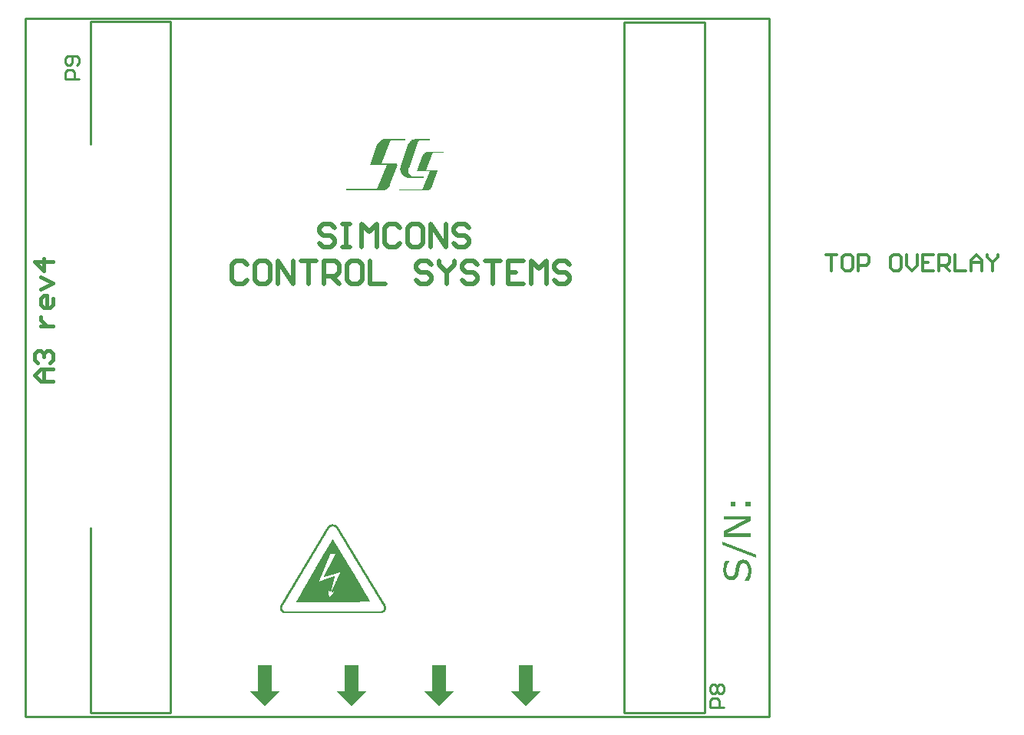
<source format=gto>
G04 Layer_Color=65535*
%FSLAX25Y25*%
%MOIN*%
G70*
G01*
G75*
%ADD32C,0.01600*%
%ADD36C,0.01000*%
%ADD37C,0.00400*%
%ADD38C,0.02000*%
%ADD39C,0.01400*%
%ADD40R,0.05905X0.11811*%
G36*
X311866Y68108D02*
X312039Y68089D01*
X312251Y68050D01*
X312481Y67992D01*
X312731Y67915D01*
X312981Y67800D01*
X313000Y67781D01*
X313096Y67743D01*
X313212Y67666D01*
X313365Y67570D01*
X313538Y67435D01*
X313731Y67281D01*
X313923Y67108D01*
X314115Y66897D01*
X314134Y66878D01*
X314192Y66782D01*
X314288Y66647D01*
X314403Y66474D01*
X314519Y66263D01*
X314653Y66013D01*
X314788Y65724D01*
X314903Y65417D01*
X314922Y65378D01*
X314941Y65263D01*
X314980Y65090D01*
X315037Y64860D01*
X315095Y64571D01*
X315134Y64225D01*
X315153Y63822D01*
X315172Y63399D01*
Y63380D01*
Y63341D01*
Y63283D01*
Y63187D01*
Y63072D01*
X315153Y62938D01*
X315134Y62630D01*
X315114Y62284D01*
X315076Y61900D01*
X315018Y61496D01*
X314941Y61112D01*
Y61092D01*
X314922Y61073D01*
Y61016D01*
X314903Y60939D01*
X314845Y60727D01*
X314768Y60477D01*
X314672Y60170D01*
X314557Y59824D01*
X314403Y59439D01*
X314249Y59055D01*
X312270D01*
Y59151D01*
Y59170D01*
X312308Y59190D01*
X312347Y59247D01*
X312385Y59305D01*
X312520Y59497D01*
X312693Y59747D01*
X312885Y60055D01*
X313077Y60400D01*
X313250Y60785D01*
X313423Y61208D01*
Y61227D01*
X313442Y61265D01*
X313461Y61323D01*
X313481Y61400D01*
X313519Y61515D01*
X313558Y61631D01*
X313615Y61919D01*
X313692Y62265D01*
X313769Y62630D01*
X313807Y63034D01*
X313827Y63418D01*
Y63437D01*
Y63476D01*
Y63553D01*
Y63649D01*
X313807Y63783D01*
X313788Y63918D01*
X313750Y64245D01*
X313692Y64610D01*
X313596Y64975D01*
X313461Y65340D01*
X313288Y65667D01*
Y65686D01*
X313269Y65705D01*
X313192Y65801D01*
X313077Y65936D01*
X312904Y66090D01*
X312693Y66224D01*
X312443Y66359D01*
X312155Y66455D01*
X312001Y66493D01*
X311693D01*
X311559Y66474D01*
X311405Y66455D01*
X311213Y66397D01*
X311020Y66339D01*
X310848Y66243D01*
X310694Y66109D01*
X310675Y66090D01*
X310636Y66032D01*
X310559Y65955D01*
X310482Y65821D01*
X310386Y65648D01*
X310271Y65455D01*
X310175Y65206D01*
X310098Y64936D01*
Y64917D01*
X310079Y64840D01*
X310040Y64706D01*
X310002Y64552D01*
X309963Y64360D01*
X309925Y64148D01*
X309887Y63899D01*
X309848Y63649D01*
Y63610D01*
X309829Y63533D01*
X309810Y63399D01*
X309771Y63207D01*
X309733Y62995D01*
X309694Y62745D01*
X309637Y62476D01*
X309579Y62188D01*
Y62169D01*
X309560Y62111D01*
X309541Y62034D01*
X309521Y61938D01*
X309483Y61804D01*
X309425Y61650D01*
X309310Y61323D01*
X309156Y60939D01*
X308964Y60554D01*
X308733Y60189D01*
X308445Y59882D01*
X308407Y59843D01*
X308291Y59766D01*
X308118Y59651D01*
X307888Y59516D01*
X307580Y59363D01*
X307234Y59247D01*
X306831Y59170D01*
X306369Y59132D01*
X306235D01*
X306119Y59151D01*
X306004Y59170D01*
X305850Y59190D01*
X305504Y59286D01*
X305120Y59439D01*
X304928Y59536D01*
X304716Y59651D01*
X304524Y59785D01*
X304313Y59958D01*
X304121Y60151D01*
X303948Y60362D01*
X303928Y60381D01*
X303909Y60420D01*
X303852Y60497D01*
X303794Y60593D01*
X303717Y60708D01*
X303640Y60862D01*
X303563Y61035D01*
X303467Y61227D01*
X303371Y61438D01*
X303294Y61688D01*
X303217Y61938D01*
X303140Y62226D01*
X303025Y62841D01*
X303006Y63187D01*
X302987Y63533D01*
Y63553D01*
Y63591D01*
Y63649D01*
Y63745D01*
Y63860D01*
X303006Y63975D01*
X303025Y64283D01*
X303044Y64629D01*
X303083Y65013D01*
X303159Y65398D01*
X303236Y65801D01*
Y65821D01*
X303256Y65840D01*
Y65897D01*
X303275Y65974D01*
X303332Y66167D01*
X303390Y66416D01*
X303486Y66705D01*
X303582Y67012D01*
X303698Y67339D01*
X303813Y67646D01*
X305658D01*
Y67531D01*
X305639Y67493D01*
X305562Y67416D01*
X305466Y67262D01*
X305331Y67051D01*
X305178Y66801D01*
X305024Y66493D01*
X304870Y66147D01*
X304716Y65763D01*
Y65744D01*
X304697Y65705D01*
X304678Y65648D01*
X304659Y65571D01*
X304620Y65475D01*
X304601Y65359D01*
X304524Y65071D01*
X304447Y64744D01*
X304390Y64360D01*
X304351Y63956D01*
X304332Y63533D01*
Y63514D01*
Y63476D01*
Y63418D01*
Y63322D01*
X304351Y63091D01*
X304390Y62822D01*
X304467Y62495D01*
X304563Y62150D01*
X304697Y61823D01*
X304870Y61515D01*
X304889Y61477D01*
X304966Y61400D01*
X305082Y61285D01*
X305235Y61150D01*
X305428Y60996D01*
X305658Y60881D01*
X305927Y60804D01*
X306216Y60766D01*
X306331D01*
X306465Y60785D01*
X306638Y60804D01*
X306811Y60862D01*
X307003Y60919D01*
X307196Y61016D01*
X307369Y61131D01*
X307388Y61150D01*
X307426Y61208D01*
X307503Y61304D01*
X307599Y61438D01*
X307696Y61631D01*
X307811Y61861D01*
X307907Y62150D01*
X308003Y62476D01*
Y62495D01*
X308022Y62572D01*
X308041Y62688D01*
X308080Y62841D01*
X308118Y63053D01*
X308157Y63283D01*
X308214Y63572D01*
X308272Y63899D01*
Y63918D01*
Y63937D01*
X308291Y64052D01*
X308330Y64225D01*
X308368Y64456D01*
X308426Y64706D01*
X308484Y64956D01*
X308541Y65225D01*
X308599Y65475D01*
Y65494D01*
X308618Y65532D01*
X308637Y65609D01*
X308657Y65686D01*
X308695Y65801D01*
X308753Y65936D01*
X308868Y66224D01*
X309002Y66551D01*
X309195Y66878D01*
X309406Y67185D01*
X309656Y67454D01*
X309694Y67493D01*
X309790Y67570D01*
X309944Y67666D01*
X310156Y67800D01*
X310444Y67915D01*
X310771Y68031D01*
X311174Y68108D01*
X311616Y68127D01*
X311732D01*
X311866Y68108D01*
D02*
G37*
G36*
X317363Y70183D02*
Y68838D01*
X302660Y74470D01*
Y75873D01*
X317363Y70183D01*
D02*
G37*
G36*
X314961Y85021D02*
X304447Y79448D01*
X314961D01*
Y77987D01*
X303198D01*
Y80409D01*
X312808Y85502D01*
X303198D01*
Y86963D01*
X314961D01*
Y85021D01*
D02*
G37*
G36*
X164798Y250183D02*
X158979D01*
X158849Y250151D01*
X158654Y250086D01*
X158426Y249923D01*
X158394Y249891D01*
X158296Y249761D01*
X158166Y249631D01*
X158133Y249501D01*
X154622Y240300D01*
X160799D01*
X160994Y240235D01*
X161189Y240138D01*
X161287Y240008D01*
X161352Y239878D01*
Y239813D01*
X161384Y239748D01*
X161417Y239650D01*
X158394Y231067D01*
X158361Y231002D01*
X158328Y230872D01*
X158198Y230645D01*
X158068Y230385D01*
X157841Y230060D01*
X157613Y229767D01*
X157288Y229442D01*
X156930Y229149D01*
X156898D01*
X156866Y229084D01*
X156638Y228954D01*
X156345Y228792D01*
X156020Y228662D01*
X155988D01*
X155955Y228629D01*
X155760Y228597D01*
X155435Y228532D01*
X155078Y228499D01*
X139245D01*
Y229149D01*
X152087D01*
X152217Y229182D01*
X152379Y229247D01*
X152574Y229377D01*
X152607Y229409D01*
X152737Y229539D01*
X152834Y229669D01*
X152932Y229832D01*
X156800Y239617D01*
X149648Y239650D01*
X152672Y248265D01*
X152704Y248330D01*
X152737Y248460D01*
X152867Y248688D01*
X152997Y248948D01*
X153192Y249273D01*
X153452Y249598D01*
X153745Y249891D01*
X154102Y250183D01*
X154135D01*
X154200Y250248D01*
X154265Y250281D01*
X154395Y250378D01*
X154687Y250541D01*
X155013Y250671D01*
X155045D01*
X155078Y250703D01*
X155175Y250736D01*
X155305Y250768D01*
X155598Y250801D01*
X155988Y250834D01*
X164798D01*
Y250183D01*
D02*
G37*
G36*
X175528Y250256D02*
X171134D01*
X171036Y250232D01*
X170914Y250183D01*
X170768Y250061D01*
X170744Y250037D01*
X170646Y249963D01*
X170573Y249866D01*
X170499Y249744D01*
X166447Y238344D01*
X166423Y238295D01*
X166399Y238173D01*
X166325Y238002D01*
X166277Y237783D01*
X166203Y237539D01*
X166130Y237270D01*
X166106Y237026D01*
X166081Y236782D01*
Y236757D01*
Y236684D01*
X166106Y236587D01*
X166130Y236465D01*
X166228Y236172D01*
X166301Y236001D01*
X166399Y235854D01*
X166423Y235830D01*
X166447Y235806D01*
X166496Y235732D01*
X166594Y235635D01*
X166789Y235415D01*
X167082Y235171D01*
X167424Y234902D01*
X167814Y234683D01*
X168034Y234585D01*
X168254Y234512D01*
X168473Y234487D01*
X168718Y234463D01*
X173062D01*
Y233975D01*
X166325D01*
X166179Y233999D01*
X165983Y234024D01*
X165739Y234097D01*
X165471Y234170D01*
X165154Y234292D01*
X164836Y234439D01*
X164787Y234463D01*
X164690Y234536D01*
X164543Y234634D01*
X164348Y234756D01*
X164128Y234927D01*
X163909Y235098D01*
X163713Y235293D01*
X163542Y235513D01*
X163518Y235537D01*
X163469Y235610D01*
X163396Y235732D01*
X163323Y235903D01*
X163225Y236074D01*
X163128Y236269D01*
X162932Y236709D01*
Y236733D01*
X162908Y236806D01*
X162859Y236928D01*
X162835Y237075D01*
X162786Y237270D01*
X162737Y237465D01*
X162713Y237905D01*
Y237929D01*
Y238002D01*
X162737Y238124D01*
Y238271D01*
X162761Y238466D01*
X162810Y238686D01*
X162883Y238954D01*
X162957Y239223D01*
X166399Y248816D01*
X166423Y248865D01*
X166447Y248963D01*
X166545Y249133D01*
X166643Y249329D01*
X166789Y249573D01*
X166984Y249817D01*
X167228Y250037D01*
X167497Y250256D01*
X167521D01*
X167546Y250305D01*
X167717Y250403D01*
X167912Y250525D01*
X168156Y250622D01*
X168180D01*
X168205Y250647D01*
X168278Y250671D01*
X168376Y250696D01*
X168620Y250720D01*
X168888Y250745D01*
X175528D01*
Y250256D01*
D02*
G37*
G36*
X181423Y244756D02*
X177054D01*
X176956Y244732D01*
X176810Y244683D01*
X176639Y244561D01*
X176614Y244537D01*
X176541Y244439D01*
X176444Y244341D01*
X176419Y244244D01*
X173783Y237336D01*
X178421D01*
X178567Y237287D01*
X178714Y237214D01*
X178787Y237116D01*
X178836Y237018D01*
Y236969D01*
X178860Y236921D01*
X178885Y236847D01*
X176614Y230403D01*
X176590Y230354D01*
X176566Y230257D01*
X176468Y230086D01*
X176370Y229891D01*
X176199Y229646D01*
X176029Y229427D01*
X175785Y229183D01*
X175516Y228963D01*
X175492D01*
X175467Y228914D01*
X175296Y228817D01*
X175077Y228695D01*
X174833Y228597D01*
X174808D01*
X174784Y228572D01*
X174637Y228548D01*
X174393Y228499D01*
X174125Y228475D01*
X162237D01*
Y228963D01*
X171879D01*
X171977Y228987D01*
X172099Y229036D01*
X172245Y229134D01*
X172269Y229158D01*
X172367Y229256D01*
X172440Y229354D01*
X172514Y229476D01*
X175418Y236823D01*
X170048Y236847D01*
X172318Y243316D01*
X172343Y243365D01*
X172367Y243463D01*
X172465Y243633D01*
X172562Y243829D01*
X172709Y244073D01*
X172904Y244317D01*
X173124Y244537D01*
X173392Y244756D01*
X173417D01*
X173466Y244805D01*
X173514Y244830D01*
X173612Y244903D01*
X173832Y245025D01*
X174076Y245122D01*
X174100D01*
X174125Y245147D01*
X174198Y245171D01*
X174296Y245196D01*
X174515Y245220D01*
X174808Y245245D01*
X181423D01*
Y244756D01*
D02*
G37*
G36*
X141732Y4527D02*
X135236Y11024D01*
X148228Y11024D01*
X141732Y4527D01*
D02*
G37*
G36*
X179527D02*
X173031Y11024D01*
X186024Y11024D01*
X179527Y4527D01*
D02*
G37*
G36*
X217323D02*
X210827Y11024D01*
X223819Y11024D01*
X217323Y4527D01*
D02*
G37*
G36*
X308387Y91249D02*
X306139D01*
Y93132D01*
X308387D01*
Y91249D01*
D02*
G37*
G36*
X314961D02*
X312712D01*
Y93132D01*
X314961D01*
Y91249D01*
D02*
G37*
G36*
X103937Y4527D02*
X97441Y11024D01*
X110433Y11024D01*
X103937Y4527D01*
D02*
G37*
D32*
X11811Y145669D02*
X6479D01*
X3814Y148335D01*
X6479Y151001D01*
X11811D01*
X7812D01*
Y145669D01*
X5147Y153667D02*
X3814Y155000D01*
Y157665D01*
X5147Y158998D01*
X6479D01*
X7812Y157665D01*
Y156333D01*
Y157665D01*
X9145Y158998D01*
X10478D01*
X11811Y157665D01*
Y155000D01*
X10478Y153667D01*
X6479Y169661D02*
X11811D01*
X9145D01*
X7812Y170994D01*
X6479Y172327D01*
Y173660D01*
X11811Y181658D02*
Y178992D01*
X10478Y177659D01*
X7812D01*
X6479Y178992D01*
Y181658D01*
X7812Y182991D01*
X9145D01*
Y177659D01*
X6479Y185656D02*
X11811Y188322D01*
X6479Y190988D01*
X11811Y197652D02*
X3814D01*
X7812Y193654D01*
Y198985D01*
D36*
X28205Y1436D02*
Y82032D01*
Y248677D02*
Y301836D01*
Y1436D02*
X62776D01*
X28205Y301836D02*
X62776D01*
Y1436D02*
Y301836D01*
X260059Y1575D02*
Y301575D01*
X295059D01*
Y1575D02*
Y301575D01*
X260059Y1575D02*
X295059D01*
X0Y0D02*
X322835D01*
Y303150D01*
X0D02*
X322835D01*
X0Y0D02*
Y303150D01*
X303150Y3937D02*
X297151D01*
Y6936D01*
X298151Y7936D01*
X300151D01*
X301150Y6936D01*
Y3937D01*
X298151Y9935D02*
X297151Y10935D01*
Y12934D01*
X298151Y13934D01*
X299151D01*
X300151Y12934D01*
X301150Y13934D01*
X302150D01*
X303150Y12934D01*
Y10935D01*
X302150Y9935D01*
X301150D01*
X300151Y10935D01*
X299151Y9935D01*
X298151D01*
X300151Y10935D02*
Y12934D01*
X23205Y276736D02*
X17207D01*
Y279735D01*
X18206Y280735D01*
X20206D01*
X21205Y279735D01*
Y276736D01*
X22205Y282734D02*
X23205Y283734D01*
Y285733D01*
X22205Y286733D01*
X18206D01*
X17207Y285733D01*
Y283734D01*
X18206Y282734D01*
X19206D01*
X20206Y283734D01*
Y286733D01*
D37*
X132982Y83425D02*
X133404D01*
X132575Y83344D02*
X133891D01*
X132332Y83262D02*
X134135D01*
X132169Y83181D02*
X134298D01*
X132007Y83100D02*
X134460D01*
X131844Y83019D02*
X134541D01*
X131763Y82938D02*
X134704D01*
X131682Y82856D02*
X134785D01*
X133713Y82775D02*
X134866D01*
X131519D02*
X132673D01*
X133957Y82694D02*
X134948D01*
X131438D02*
X132510D01*
X134119Y82613D02*
X135029D01*
X131357D02*
X132348D01*
X134282Y82531D02*
X135110D01*
X131275D02*
X132185D01*
X134363Y82450D02*
X135192D01*
X131194D02*
X132023D01*
X134525Y82369D02*
X135273D01*
X131194D02*
X131941D01*
X134607Y82288D02*
X135354D01*
X131113D02*
X131860D01*
X134688Y82206D02*
X135435D01*
X131032D02*
X131779D01*
X134769Y82125D02*
X135435D01*
X130950D02*
X131698D01*
X134850Y82044D02*
X135517D01*
X130950D02*
X131616D01*
X134932Y81963D02*
X135598D01*
X130869D02*
X131535D01*
X134932Y81881D02*
X135598D01*
X130788D02*
X131454D01*
X135013Y81800D02*
X135679D01*
X130788D02*
X131454D01*
X135094Y81719D02*
X135760D01*
X130707D02*
X131373D01*
X135094Y81638D02*
X135760D01*
X130625D02*
X131291D01*
X135175Y81556D02*
X135842D01*
X130625D02*
X131291D01*
X135257Y81475D02*
X135842D01*
X130544D02*
X131210D01*
X135257Y81394D02*
X135923D01*
X130544D02*
X131129D01*
X135338Y81313D02*
X136004D01*
X130463D02*
X131129D01*
X135338Y81231D02*
X136004D01*
X130382D02*
X131048D01*
X135419Y81150D02*
X136085D01*
X130382D02*
X131048D01*
X135500Y81069D02*
X136085D01*
X130300D02*
X130966D01*
X135500Y80988D02*
X136167D01*
X130300D02*
X130885D01*
X135582Y80906D02*
X136248D01*
X130219D02*
X130885D01*
X135582Y80825D02*
X136248D01*
X130138D02*
X130804D01*
X135663Y80744D02*
X136329D01*
X130138D02*
X130804D01*
X135744Y80663D02*
X136329D01*
X130057D02*
X130723D01*
X135744Y80581D02*
X136410D01*
X130057D02*
X130641D01*
X135825Y80500D02*
X136492D01*
X129975D02*
X130641D01*
X135907Y80419D02*
X136492D01*
X129894D02*
X130560D01*
X135907Y80338D02*
X136573D01*
X129894D02*
X130560D01*
X135988Y80256D02*
X136654D01*
X129813D02*
X130479D01*
X135988Y80175D02*
X136654D01*
X129813D02*
X130398D01*
X136069Y80094D02*
X136735D01*
X129732D02*
X130398D01*
X136150Y80013D02*
X136735D01*
X129650D02*
X130316D01*
X136150Y79931D02*
X136817D01*
X129650D02*
X130316D01*
X136232Y79850D02*
X136898D01*
X129569D02*
X130235D01*
X136232Y79769D02*
X136898D01*
X129569D02*
X130154D01*
X136313Y79688D02*
X136979D01*
X129488D02*
X130154D01*
X136394Y79606D02*
X136979D01*
X129406D02*
X130073D01*
X136394Y79525D02*
X137060D01*
X129406D02*
X130073D01*
X136475Y79444D02*
X137142D01*
X129325D02*
X129991D01*
X136475Y79362D02*
X137142D01*
X129325D02*
X129910D01*
X136556Y79281D02*
X137223D01*
X129244D02*
X129910D01*
X136638Y79200D02*
X137223D01*
X129163D02*
X129829D01*
X136638Y79119D02*
X137304D01*
X129163D02*
X129829D01*
X136719Y79037D02*
X137385D01*
X129081D02*
X129748D01*
X136719Y78956D02*
X137385D01*
X129081D02*
X129666D01*
X136800Y78875D02*
X137467D01*
X129000D02*
X129666D01*
X136881Y78794D02*
X137467D01*
X128919D02*
X129585D01*
X136881Y78712D02*
X137548D01*
X128919D02*
X129585D01*
X136963Y78631D02*
X137629D01*
X128838D02*
X129504D01*
X136963Y78550D02*
X137629D01*
X128838D02*
X129423D01*
X137044Y78469D02*
X137710D01*
X128756D02*
X129423D01*
X137125Y78387D02*
X137710D01*
X128756D02*
X129341D01*
X137125Y78306D02*
X137792D01*
X128675D02*
X129341D01*
X137206Y78225D02*
X137873D01*
X128594D02*
X129260D01*
X137206Y78144D02*
X137873D01*
X128594D02*
X129179D01*
X137288Y78062D02*
X137954D01*
X128513D02*
X129179D01*
X137369Y77981D02*
X137954D01*
X128513D02*
X129098D01*
X137369Y77900D02*
X138035D01*
X128431D02*
X129098D01*
X137450Y77819D02*
X138117D01*
X128350D02*
X129016D01*
X137531Y77737D02*
X138117D01*
X128350D02*
X128935D01*
X137531Y77656D02*
X138198D01*
X128269D02*
X128935D01*
X137613Y77575D02*
X138198D01*
X128269D02*
X128854D01*
X137613Y77494D02*
X138279D01*
X128188D02*
X128854D01*
X137694Y77412D02*
X138360D01*
X128106D02*
X128773D01*
X137775Y77331D02*
X138360D01*
X128106D02*
X128691D01*
X137775Y77250D02*
X138442D01*
X128025D02*
X128691D01*
X137856Y77169D02*
X138523D01*
X128025D02*
X128610D01*
X137856Y77087D02*
X138523D01*
X127944D02*
X128610D01*
X137938Y77006D02*
X138604D01*
X127863D02*
X128529D01*
X138019Y76925D02*
X138604D01*
X127863D02*
X128448D01*
X138019Y76844D02*
X138685D01*
X133225D02*
X133241D01*
X127781D02*
X128448D01*
X138100Y76762D02*
X138767D01*
X133225D02*
X133323D01*
X127781D02*
X128366D01*
X138100Y76681D02*
X138767D01*
X133144D02*
X133323D01*
X127700D02*
X128366D01*
X138181Y76600D02*
X138848D01*
X133144D02*
X133404D01*
X127619D02*
X128285D01*
X138263Y76519D02*
X138848D01*
X133063D02*
X133404D01*
X127619D02*
X128204D01*
X138263Y76437D02*
X138929D01*
X132982D02*
X133485D01*
X127538D02*
X128204D01*
X138344Y76356D02*
X139010D01*
X132982D02*
X133566D01*
X127538D02*
X128123D01*
X138344Y76275D02*
X139010D01*
X132900D02*
X133566D01*
X127456D02*
X128123D01*
X138425Y76194D02*
X139092D01*
X132900D02*
X133648D01*
X127375D02*
X128042D01*
X138506Y76113D02*
X139092D01*
X132819D02*
X133648D01*
X127375D02*
X127960D01*
X138506Y76031D02*
X139173D01*
X132819D02*
X133729D01*
X127294D02*
X127960D01*
X138588Y75950D02*
X139254D01*
X132738D02*
X133810D01*
X127294D02*
X127879D01*
X138588Y75869D02*
X139254D01*
X132657D02*
X133810D01*
X127213D02*
X127879D01*
X138669Y75788D02*
X139335D01*
X132657D02*
X133891D01*
X127131D02*
X127798D01*
X138750Y75706D02*
X139335D01*
X132575D02*
X133891D01*
X127131D02*
X127798D01*
X138750Y75625D02*
X139417D01*
X132575D02*
X133973D01*
X127050D02*
X127717D01*
X138831Y75544D02*
X139498D01*
X132494D02*
X134054D01*
X127050D02*
X127635D01*
X138831Y75463D02*
X139498D01*
X132413D02*
X134054D01*
X126969D02*
X127635D01*
X138913Y75381D02*
X139579D01*
X132413D02*
X134135D01*
X126888D02*
X127554D01*
X138994Y75300D02*
X139579D01*
X132332D02*
X134216D01*
X126888D02*
X127554D01*
X138994Y75219D02*
X139660D01*
X132332D02*
X134216D01*
X126806D02*
X127473D01*
X139075Y75138D02*
X139742D01*
X132250D02*
X134298D01*
X126806D02*
X127392D01*
X139156Y75056D02*
X139742D01*
X132169D02*
X134298D01*
X126725D02*
X127392D01*
X139156Y74975D02*
X139823D01*
X132169D02*
X134379D01*
X126644D02*
X127310D01*
X139238Y74894D02*
X139823D01*
X132088D02*
X134460D01*
X126644D02*
X127310D01*
X139238Y74813D02*
X139904D01*
X132088D02*
X134460D01*
X126563D02*
X127229D01*
X139319Y74731D02*
X139985D01*
X132007D02*
X134541D01*
X126563D02*
X127148D01*
X139400Y74650D02*
X139985D01*
X131925D02*
X134541D01*
X126481D02*
X127148D01*
X139400Y74569D02*
X140067D01*
X131925D02*
X134623D01*
X126400D02*
X127067D01*
X139481Y74488D02*
X140148D01*
X131844D02*
X134704D01*
X126400D02*
X127067D01*
X139481Y74406D02*
X140148D01*
X131844D02*
X134704D01*
X126319D02*
X126985D01*
X139563Y74325D02*
X140229D01*
X131763D02*
X134785D01*
X126319D02*
X126904D01*
X139644Y74244D02*
X140229D01*
X131682D02*
X134785D01*
X126238D02*
X126904D01*
X139644Y74163D02*
X140310D01*
X131682D02*
X134866D01*
X126156D02*
X126823D01*
X139725Y74081D02*
X140392D01*
X131600D02*
X134948D01*
X126156D02*
X126823D01*
X139725Y74000D02*
X140392D01*
X131600D02*
X134948D01*
X126075D02*
X126742D01*
X139806Y73919D02*
X140473D01*
X131519D02*
X135029D01*
X126075D02*
X126660D01*
X139888Y73838D02*
X140473D01*
X131438D02*
X135029D01*
X125994D02*
X126660D01*
X139888Y73756D02*
X140554D01*
X131438D02*
X135110D01*
X125913D02*
X126579D01*
X139969Y73675D02*
X140635D01*
X131357D02*
X135192D01*
X125913D02*
X126579D01*
X139969Y73594D02*
X140635D01*
X131357D02*
X135192D01*
X125831D02*
X126498D01*
X140050Y73513D02*
X140717D01*
X131275D02*
X135273D01*
X125831D02*
X126417D01*
X140131Y73431D02*
X140717D01*
X131194D02*
X135273D01*
X125750D02*
X126417D01*
X140131Y73350D02*
X140798D01*
X131194D02*
X135354D01*
X125669D02*
X126335D01*
X140213Y73269D02*
X140879D01*
X131113D02*
X135435D01*
X125669D02*
X126335D01*
X140213Y73188D02*
X140879D01*
X131113D02*
X135435D01*
X125588D02*
X126254D01*
X140294Y73106D02*
X140960D01*
X131032D02*
X135517D01*
X125588D02*
X126173D01*
X140375Y73025D02*
X140960D01*
X130950D02*
X135598D01*
X125506D02*
X126173D01*
X140375Y72944D02*
X141042D01*
X130950D02*
X135598D01*
X125425D02*
X126092D01*
X140456Y72862D02*
X141123D01*
X130869D02*
X135679D01*
X125425D02*
X126092D01*
X140456Y72781D02*
X141123D01*
X130869D02*
X135679D01*
X125344D02*
X126010D01*
X140538Y72700D02*
X141204D01*
X130788D02*
X135760D01*
X125344D02*
X125929D01*
X140619Y72619D02*
X141204D01*
X130707D02*
X135842D01*
X125263D02*
X125929D01*
X140619Y72537D02*
X141285D01*
X130707D02*
X135842D01*
X125181D02*
X125848D01*
X140700Y72456D02*
X141367D01*
X130625D02*
X135923D01*
X125181D02*
X125848D01*
X140781Y72375D02*
X141367D01*
X130625D02*
X135923D01*
X125100D02*
X125767D01*
X140781Y72294D02*
X141448D01*
X130544D02*
X136004D01*
X125100D02*
X125685D01*
X140863Y72212D02*
X141448D01*
X130463D02*
X136085D01*
X125019D02*
X125685D01*
X140863Y72131D02*
X141529D01*
X130463D02*
X136085D01*
X124938D02*
X125604D01*
X140944Y72050D02*
X141610D01*
X130382D02*
X136167D01*
X124938D02*
X125604D01*
X141025Y71969D02*
X141610D01*
X130382D02*
X136167D01*
X124856D02*
X125523D01*
X141025Y71887D02*
X141692D01*
X130300D02*
X136248D01*
X124856D02*
X125442D01*
X141106Y71806D02*
X141773D01*
X130219D02*
X136329D01*
X124775D02*
X125442D01*
X141106Y71725D02*
X141773D01*
X130219D02*
X136329D01*
X124775D02*
X125360D01*
X141188Y71644D02*
X141854D01*
X130138D02*
X136410D01*
X124694D02*
X125360D01*
X141269Y71562D02*
X141854D01*
X130138D02*
X136410D01*
X124613D02*
X125279D01*
X141269Y71481D02*
X141935D01*
X130057D02*
X136492D01*
X124613D02*
X125198D01*
X141350Y71400D02*
X142016D01*
X129975D02*
X136573D01*
X124531D02*
X125198D01*
X141350Y71319D02*
X142016D01*
X129975D02*
X136573D01*
X124531D02*
X125117D01*
X141431Y71237D02*
X142098D01*
X129894D02*
X136654D01*
X124450D02*
X125117D01*
X141513Y71156D02*
X142098D01*
X129894D02*
X136654D01*
X124369D02*
X125035D01*
X141513Y71075D02*
X142179D01*
X129813D02*
X136735D01*
X124369D02*
X124954D01*
X141594Y70994D02*
X142260D01*
X129732D02*
X136817D01*
X124288D02*
X124954D01*
X141594Y70912D02*
X142260D01*
X129732D02*
X136817D01*
X124288D02*
X124873D01*
X141675Y70831D02*
X142341D01*
X134769D02*
X136898D01*
X129650D02*
X132104D01*
X124206D02*
X124873D01*
X141756Y70750D02*
X142341D01*
X134769D02*
X136898D01*
X129650D02*
X132023D01*
X124125D02*
X124792D01*
X141756Y70669D02*
X142423D01*
X134688D02*
X136979D01*
X129569D02*
X131941D01*
X124125D02*
X124710D01*
X141838Y70587D02*
X142504D01*
X134688D02*
X137060D01*
X129488D02*
X131941D01*
X124044D02*
X124710D01*
X141838Y70506D02*
X142504D01*
X134607D02*
X137060D01*
X129488D02*
X131860D01*
X124044D02*
X124629D01*
X141919Y70425D02*
X142585D01*
X134607D02*
X137142D01*
X129406D02*
X131860D01*
X123963D02*
X124629D01*
X142000Y70344D02*
X142585D01*
X134525D02*
X137223D01*
X129406D02*
X131860D01*
X123881D02*
X124548D01*
X142000Y70262D02*
X142666D01*
X134444D02*
X137223D01*
X129325D02*
X131779D01*
X123881D02*
X124467D01*
X142081Y70181D02*
X142748D01*
X134444D02*
X137304D01*
X129244D02*
X131779D01*
X123800D02*
X124467D01*
X142081Y70100D02*
X142748D01*
X134363D02*
X137304D01*
X129244D02*
X131698D01*
X123800D02*
X124385D01*
X142163Y70019D02*
X142829D01*
X134363D02*
X137385D01*
X129163D02*
X131698D01*
X123719D02*
X124385D01*
X142244Y69937D02*
X142829D01*
X134282D02*
X137467D01*
X129163D02*
X131616D01*
X123638D02*
X124304D01*
X142244Y69856D02*
X142910D01*
X134282D02*
X137467D01*
X129081D02*
X131616D01*
X123638D02*
X124223D01*
X142325Y69775D02*
X142991D01*
X134200D02*
X137548D01*
X129000D02*
X131616D01*
X123556D02*
X124223D01*
X142406Y69694D02*
X142991D01*
X134200D02*
X137548D01*
X129000D02*
X131535D01*
X123556D02*
X124142D01*
X142406Y69612D02*
X143073D01*
X134119D02*
X137629D01*
X128919D02*
X131535D01*
X123475D02*
X124142D01*
X142488Y69531D02*
X143073D01*
X134119D02*
X137710D01*
X128919D02*
X131454D01*
X123394D02*
X124060D01*
X142488Y69450D02*
X143154D01*
X134038D02*
X137710D01*
X128838D02*
X131454D01*
X123394D02*
X124060D01*
X142569Y69369D02*
X143235D01*
X134038D02*
X137792D01*
X128838D02*
X131454D01*
X123313D02*
X123979D01*
X142650Y69288D02*
X143235D01*
X133957D02*
X137792D01*
X128756D02*
X131373D01*
X123313D02*
X123898D01*
X142650Y69206D02*
X143316D01*
X133957D02*
X137873D01*
X128675D02*
X131373D01*
X123231D02*
X123898D01*
X142731Y69125D02*
X143398D01*
X133875D02*
X137954D01*
X128675D02*
X131291D01*
X123150D02*
X123817D01*
X142731Y69044D02*
X143398D01*
X133875D02*
X137954D01*
X128594D02*
X131291D01*
X123150D02*
X123817D01*
X142813Y68963D02*
X143479D01*
X133794D02*
X138035D01*
X128594D02*
X131291D01*
X123069D02*
X123735D01*
X142894Y68881D02*
X143479D01*
X133713D02*
X138035D01*
X128513D02*
X131210D01*
X123069D02*
X123654D01*
X142894Y68800D02*
X143560D01*
X133713D02*
X138117D01*
X128431D02*
X131210D01*
X122988D02*
X123654D01*
X142975Y68719D02*
X143641D01*
X133632D02*
X138198D01*
X128431D02*
X131129D01*
X122906D02*
X123573D01*
X142975Y68638D02*
X143641D01*
X133632D02*
X138198D01*
X128350D02*
X131129D01*
X122906D02*
X123573D01*
X143056Y68556D02*
X143723D01*
X133550D02*
X138279D01*
X128350D02*
X131129D01*
X122825D02*
X123492D01*
X143138Y68475D02*
X143723D01*
X133550D02*
X138279D01*
X128269D02*
X131048D01*
X122825D02*
X123410D01*
X143138Y68394D02*
X143804D01*
X133469D02*
X138360D01*
X128188D02*
X131048D01*
X122744D02*
X123410D01*
X143219Y68313D02*
X143885D01*
X133469D02*
X138442D01*
X128188D02*
X130966D01*
X122663D02*
X123329D01*
X143219Y68231D02*
X143885D01*
X133388D02*
X138442D01*
X128106D02*
X130966D01*
X122663D02*
X123329D01*
X143300Y68150D02*
X143966D01*
X133388D02*
X138523D01*
X128106D02*
X130885D01*
X122582D02*
X123248D01*
X143382Y68069D02*
X143966D01*
X133307D02*
X138604D01*
X128025D02*
X130885D01*
X122582D02*
X123167D01*
X143382Y67988D02*
X144048D01*
X133307D02*
X138604D01*
X127944D02*
X130885D01*
X122500D02*
X123167D01*
X143463Y67906D02*
X144129D01*
X133225D02*
X138685D01*
X127944D02*
X130804D01*
X122419D02*
X123085D01*
X143463Y67825D02*
X144129D01*
X133225D02*
X138685D01*
X127863D02*
X130804D01*
X122419D02*
X123085D01*
X143544Y67744D02*
X144210D01*
X133144D02*
X138767D01*
X127863D02*
X130723D01*
X122338D02*
X123004D01*
X143625Y67663D02*
X144210D01*
X133063D02*
X138848D01*
X127781D02*
X130723D01*
X122338D02*
X122923D01*
X143625Y67581D02*
X144291D01*
X133063D02*
X138848D01*
X127700D02*
X130723D01*
X122257D02*
X122923D01*
X143707Y67500D02*
X144373D01*
X132982D02*
X138929D01*
X127700D02*
X130641D01*
X122175D02*
X122842D01*
X143707Y67419D02*
X144373D01*
X132982D02*
X138929D01*
X127619D02*
X130641D01*
X122175D02*
X122842D01*
X143788Y67338D02*
X144454D01*
X132900D02*
X139010D01*
X127619D02*
X130560D01*
X122094D02*
X122760D01*
X143869Y67256D02*
X144454D01*
X132900D02*
X139092D01*
X127538D02*
X130560D01*
X122094D02*
X122679D01*
X143869Y67175D02*
X144535D01*
X132819D02*
X139092D01*
X127456D02*
X130560D01*
X122013D02*
X122679D01*
X143950Y67094D02*
X144616D01*
X132819D02*
X139173D01*
X127456D02*
X130479D01*
X121932D02*
X122598D01*
X144032Y67013D02*
X144616D01*
X132738D02*
X139173D01*
X127375D02*
X130479D01*
X121932D02*
X122598D01*
X144032Y66931D02*
X144698D01*
X132738D02*
X139254D01*
X127375D02*
X130398D01*
X121850D02*
X122517D01*
X144113Y66850D02*
X144698D01*
X132657D02*
X139335D01*
X127294D02*
X130398D01*
X121850D02*
X122435D01*
X144113Y66769D02*
X144779D01*
X132657D02*
X139335D01*
X127213D02*
X130398D01*
X121769D02*
X122435D01*
X144194Y66688D02*
X144860D01*
X132575D02*
X139417D01*
X127213D02*
X130316D01*
X121688D02*
X122354D01*
X144275Y66606D02*
X144860D01*
X132575D02*
X139417D01*
X127131D02*
X130316D01*
X121688D02*
X122354D01*
X144275Y66525D02*
X144941D01*
X132494D02*
X139498D01*
X127131D02*
X130235D01*
X121607D02*
X122273D01*
X144357Y66444D02*
X145023D01*
X132494D02*
X139579D01*
X127050D02*
X130235D01*
X121607D02*
X122192D01*
X144357Y66363D02*
X145023D01*
X132413D02*
X139579D01*
X127050D02*
X130235D01*
X121525D02*
X122192D01*
X144438Y66281D02*
X145104D01*
X132332D02*
X139660D01*
X126969D02*
X130154D01*
X121444D02*
X122110D01*
X144519Y66200D02*
X145104D01*
X132332D02*
X139660D01*
X126888D02*
X130154D01*
X121444D02*
X122110D01*
X144519Y66119D02*
X145185D01*
X132250D02*
X139742D01*
X126888D02*
X130073D01*
X121363D02*
X122029D01*
X144600Y66037D02*
X145266D01*
X132250D02*
X139823D01*
X126806D02*
X130073D01*
X121363D02*
X121948D01*
X144600Y65956D02*
X145266D01*
X132169D02*
X139823D01*
X126806D02*
X129991D01*
X121282D02*
X121948D01*
X144682Y65875D02*
X145348D01*
X132169D02*
X139904D01*
X126725D02*
X129991D01*
X121200D02*
X121867D01*
X144763Y65794D02*
X145348D01*
X132088D02*
X139904D01*
X126725D02*
X129991D01*
X121200D02*
X121867D01*
X144763Y65712D02*
X145429D01*
X132088D02*
X139985D01*
X126644D02*
X129910D01*
X121119D02*
X121785D01*
X144844Y65631D02*
X145510D01*
X132007D02*
X140067D01*
X126563D02*
X129910D01*
X121119D02*
X121704D01*
X144844Y65550D02*
X145510D01*
X132007D02*
X140067D01*
X126563D02*
X129829D01*
X121038D02*
X121704D01*
X144925Y65469D02*
X145591D01*
X131925D02*
X140148D01*
X126481D02*
X129829D01*
X121038D02*
X121623D01*
X145007Y65387D02*
X145591D01*
X131925D02*
X140229D01*
X126481D02*
X129829D01*
X120957D02*
X121623D01*
X145007Y65306D02*
X145673D01*
X131844D02*
X140229D01*
X126400D02*
X129748D01*
X120875D02*
X121542D01*
X145088Y65225D02*
X145754D01*
X131844D02*
X140310D01*
X126400D02*
X129748D01*
X120875D02*
X121460D01*
X145088Y65144D02*
X145754D01*
X131763D02*
X140310D01*
X126319D02*
X129666D01*
X120794D02*
X121460D01*
X145169Y65062D02*
X145835D01*
X131763D02*
X140392D01*
X126238D02*
X129666D01*
X120794D02*
X121379D01*
X145250Y64981D02*
X145835D01*
X131682D02*
X140473D01*
X126238D02*
X129666D01*
X120713D02*
X121379D01*
X145250Y64900D02*
X145916D01*
X131600D02*
X140473D01*
X126156D02*
X129585D01*
X120632D02*
X121298D01*
X145332Y64819D02*
X145998D01*
X131600D02*
X140554D01*
X126156D02*
X129585D01*
X120632D02*
X121216D01*
X145332Y64737D02*
X145998D01*
X131519D02*
X140554D01*
X126075D02*
X129504D01*
X120550D02*
X121216D01*
X145413Y64656D02*
X146079D01*
X131519D02*
X140635D01*
X126075D02*
X129504D01*
X120550D02*
X121135D01*
X145494Y64575D02*
X146079D01*
X131438D02*
X140717D01*
X125994D02*
X129504D01*
X120469D02*
X121135D01*
X145494Y64494D02*
X146160D01*
X131438D02*
X140717D01*
X125913D02*
X129423D01*
X120388D02*
X121054D01*
X145575Y64412D02*
X146241D01*
X131357D02*
X140798D01*
X125913D02*
X129423D01*
X120388D02*
X120973D01*
X145657Y64331D02*
X146241D01*
X131357D02*
X140798D01*
X125831D02*
X129341D01*
X120307D02*
X120973D01*
X145657Y64250D02*
X146323D01*
X131275D02*
X140879D01*
X125831D02*
X129341D01*
X120307D02*
X120891D01*
X145738Y64169D02*
X146323D01*
X131275D02*
X140960D01*
X125750D02*
X129260D01*
X120225D02*
X120891D01*
X145738Y64087D02*
X146404D01*
X131194D02*
X140960D01*
X125750D02*
X129260D01*
X120144D02*
X120810D01*
X145819Y64006D02*
X146485D01*
X131194D02*
X141042D01*
X125669D02*
X129260D01*
X120144D02*
X120729D01*
X145900Y63925D02*
X146485D01*
X131113D02*
X141042D01*
X125588D02*
X129179D01*
X120063D02*
X120729D01*
X145900Y63844D02*
X146566D01*
X131113D02*
X141123D01*
X125588D02*
X129179D01*
X120063D02*
X120648D01*
X145982Y63762D02*
X146648D01*
X131032D02*
X141204D01*
X125506D02*
X129098D01*
X119982D02*
X120648D01*
X145982Y63681D02*
X146648D01*
X131032D02*
X141204D01*
X125506D02*
X129098D01*
X119900D02*
X120566D01*
X146063Y63600D02*
X146729D01*
X130950D02*
X141285D01*
X125425D02*
X129098D01*
X119900D02*
X120485D01*
X146144Y63519D02*
X146729D01*
X130869D02*
X141285D01*
X125425D02*
X129016D01*
X119819D02*
X120485D01*
X146144Y63437D02*
X146810D01*
X130869D02*
X141367D01*
X125344D02*
X129016D01*
X119819D02*
X120404D01*
X146225Y63356D02*
X146891D01*
X130788D02*
X141448D01*
X125263D02*
X128935D01*
X119738D02*
X120404D01*
X146225Y63275D02*
X146891D01*
X130788D02*
X141448D01*
X125263D02*
X128935D01*
X119657D02*
X120323D01*
X146307Y63194D02*
X146973D01*
X130707D02*
X141529D01*
X125181D02*
X128935D01*
X119657D02*
X120241D01*
X146388Y63112D02*
X146973D01*
X130707D02*
X141610D01*
X125181D02*
X128854D01*
X119575D02*
X120241D01*
X146388Y63031D02*
X147054D01*
X136881D02*
X141610D01*
X130625D02*
X136654D01*
X125100D02*
X128854D01*
X119575D02*
X120160D01*
X146469Y62950D02*
X147135D01*
X136800D02*
X141692D01*
X130625D02*
X136410D01*
X125100D02*
X128773D01*
X119494D02*
X120160D01*
X146469Y62869D02*
X147135D01*
X136800D02*
X141692D01*
X130544D02*
X136085D01*
X125019D02*
X128773D01*
X119413D02*
X120079D01*
X146550Y62787D02*
X147216D01*
X136800D02*
X141773D01*
X130544D02*
X135842D01*
X124938D02*
X128773D01*
X119413D02*
X120079D01*
X146632Y62706D02*
X147216D01*
X136719D02*
X141854D01*
X130463D02*
X135598D01*
X124938D02*
X128691D01*
X119332D02*
X119998D01*
X146632Y62625D02*
X147298D01*
X136719D02*
X141854D01*
X130463D02*
X135354D01*
X124856D02*
X128691D01*
X119332D02*
X119916D01*
X146713Y62544D02*
X147379D01*
X136638D02*
X141935D01*
X130382D02*
X135110D01*
X124856D02*
X128610D01*
X119250D02*
X119916D01*
X146713Y62463D02*
X147379D01*
X136638D02*
X141935D01*
X130382D02*
X134785D01*
X124775D02*
X128610D01*
X119169D02*
X119835D01*
X146794Y62381D02*
X147460D01*
X136556D02*
X142016D01*
X130300D02*
X134541D01*
X124775D02*
X128529D01*
X119169D02*
X119835D01*
X146875Y62300D02*
X147460D01*
X136556D02*
X142098D01*
X130219D02*
X134298D01*
X124694D02*
X128529D01*
X119088D02*
X119754D01*
X146875Y62219D02*
X147541D01*
X136475D02*
X142098D01*
X130219D02*
X134054D01*
X124613D02*
X128529D01*
X119088D02*
X119673D01*
X146957Y62138D02*
X147623D01*
X136475D02*
X142179D01*
X130138D02*
X133729D01*
X124613D02*
X128448D01*
X119007D02*
X119673D01*
X146957Y62056D02*
X147623D01*
X136394D02*
X142179D01*
X130138D02*
X133485D01*
X124531D02*
X128448D01*
X118925D02*
X119591D01*
X147038Y61975D02*
X147704D01*
X136394D02*
X142260D01*
X130057D02*
X133241D01*
X124531D02*
X128366D01*
X118925D02*
X119591D01*
X147119Y61894D02*
X147704D01*
X136313D02*
X142341D01*
X130057D02*
X132998D01*
X124450D02*
X128366D01*
X118844D02*
X119510D01*
X147119Y61813D02*
X147785D01*
X136313D02*
X142341D01*
X129975D02*
X132673D01*
X124450D02*
X128366D01*
X118844D02*
X119429D01*
X147200Y61731D02*
X147866D01*
X136232D02*
X142423D01*
X129975D02*
X132429D01*
X124369D02*
X128285D01*
X118763D02*
X119429D01*
X147282Y61650D02*
X147866D01*
X136232D02*
X142423D01*
X129894D02*
X132185D01*
X124288D02*
X128285D01*
X118682D02*
X119348D01*
X147282Y61569D02*
X147948D01*
X136232D02*
X142504D01*
X129894D02*
X131941D01*
X124288D02*
X128204D01*
X118682D02*
X119348D01*
X147363Y61488D02*
X147948D01*
X136150D02*
X142585D01*
X129813D02*
X131698D01*
X124206D02*
X128204D01*
X118600D02*
X119266D01*
X147363Y61406D02*
X148029D01*
X136150D02*
X142585D01*
X129813D02*
X131373D01*
X124206D02*
X128204D01*
X118600D02*
X119185D01*
X147444Y61325D02*
X148110D01*
X136069D02*
X142666D01*
X129732D02*
X131129D01*
X124125D02*
X128123D01*
X118519D02*
X119185D01*
X147525Y61244D02*
X148110D01*
X136069D02*
X142666D01*
X129732D02*
X130885D01*
X124125D02*
X128123D01*
X118438D02*
X119104D01*
X147525Y61163D02*
X148191D01*
X135988D02*
X142748D01*
X129650D02*
X130641D01*
X124044D02*
X128042D01*
X118438D02*
X119104D01*
X147607Y61081D02*
X148273D01*
X135988D02*
X142829D01*
X129650D02*
X130316D01*
X123963D02*
X128042D01*
X118357D02*
X119023D01*
X147607Y61000D02*
X148273D01*
X135907D02*
X142829D01*
X129569D02*
X130073D01*
X123963D02*
X128042D01*
X118357D02*
X118941D01*
X147688Y60919D02*
X148354D01*
X135907D02*
X142910D01*
X133957D02*
X133973D01*
X129488D02*
X129829D01*
X123881D02*
X127960D01*
X118275D02*
X118941D01*
X147769Y60838D02*
X148354D01*
X135825D02*
X142910D01*
X133713D02*
X133973D01*
X129488D02*
X129585D01*
X123881D02*
X127960D01*
X118194D02*
X118860D01*
X147769Y60756D02*
X148435D01*
X135825D02*
X142991D01*
X133550D02*
X133973D01*
X123800D02*
X127879D01*
X118194D02*
X118860D01*
X147850Y60675D02*
X148516D01*
X135744D02*
X143073D01*
X133307D02*
X133891D01*
X123800D02*
X127879D01*
X118113D02*
X118779D01*
X147850Y60594D02*
X148516D01*
X135744D02*
X143073D01*
X133063D02*
X133891D01*
X123719D02*
X127798D01*
X118113D02*
X118698D01*
X147932Y60513D02*
X148598D01*
X135663D02*
X143154D01*
X132819D02*
X133891D01*
X123638D02*
X127798D01*
X118032D02*
X118698D01*
X148013Y60431D02*
X148598D01*
X135663D02*
X143235D01*
X132575D02*
X133891D01*
X123638D02*
X127798D01*
X117950D02*
X118616D01*
X148013Y60350D02*
X148679D01*
X135663D02*
X143235D01*
X132332D02*
X133810D01*
X123556D02*
X127717D01*
X117950D02*
X118616D01*
X148094Y60269D02*
X148760D01*
X135582D02*
X143316D01*
X132088D02*
X133810D01*
X123556D02*
X127717D01*
X117869D02*
X118535D01*
X148094Y60188D02*
X148760D01*
X135582D02*
X143316D01*
X131844D02*
X133810D01*
X123475D02*
X127635D01*
X117869D02*
X118454D01*
X148175Y60106D02*
X148842D01*
X135500D02*
X143398D01*
X131600D02*
X133810D01*
X123475D02*
X127635D01*
X117788D02*
X118454D01*
X148257Y60025D02*
X148842D01*
X135500D02*
X143479D01*
X131357D02*
X133729D01*
X123394D02*
X127635D01*
X117707D02*
X118373D01*
X148257Y59944D02*
X148923D01*
X135419D02*
X143479D01*
X131113D02*
X133729D01*
X123313D02*
X127554D01*
X117707D02*
X118373D01*
X148338Y59863D02*
X149004D01*
X135419D02*
X143560D01*
X130869D02*
X133729D01*
X123313D02*
X127554D01*
X117625D02*
X118291D01*
X148338Y59781D02*
X149004D01*
X135338D02*
X143560D01*
X130625D02*
X133648D01*
X123231D02*
X127473D01*
X117625D02*
X118210D01*
X148419Y59700D02*
X149085D01*
X135338D02*
X143641D01*
X130382D02*
X133648D01*
X123231D02*
X127473D01*
X117544D02*
X118210D01*
X148500Y59619D02*
X149085D01*
X135257D02*
X143641D01*
X130138D02*
X133648D01*
X123150D02*
X127473D01*
X117463D02*
X118129D01*
X148500Y59538D02*
X149167D01*
X135257D02*
X143723D01*
X129894D02*
X133648D01*
X123150D02*
X127392D01*
X117463D02*
X118129D01*
X148582Y59456D02*
X149248D01*
X135175D02*
X143804D01*
X129732D02*
X133566D01*
X123069D02*
X127392D01*
X117382D02*
X118048D01*
X148582Y59375D02*
X149248D01*
X135175D02*
X143804D01*
X129488D02*
X133566D01*
X122988D02*
X127310D01*
X117382D02*
X117966D01*
X148663Y59294D02*
X149329D01*
X135094D02*
X143885D01*
X129244D02*
X133566D01*
X122988D02*
X127310D01*
X117300D02*
X117966D01*
X148744Y59212D02*
X149329D01*
X135094D02*
X143885D01*
X129000D02*
X133566D01*
X122906D02*
X127310D01*
X117219D02*
X117885D01*
X148744Y59131D02*
X149410D01*
X135094D02*
X143966D01*
X128756D02*
X133485D01*
X122906D02*
X127229D01*
X117219D02*
X117885D01*
X148825Y59050D02*
X149492D01*
X135013D02*
X144048D01*
X128513D02*
X133485D01*
X122825D02*
X127229D01*
X117138D02*
X117804D01*
X148907Y58969D02*
X149492D01*
X135013D02*
X144048D01*
X128269D02*
X133485D01*
X122825D02*
X127148D01*
X117138D02*
X117723D01*
X148907Y58887D02*
X149573D01*
X134932D02*
X144129D01*
X128025D02*
X133485D01*
X122744D02*
X127148D01*
X117057D02*
X117723D01*
X148988Y58806D02*
X149573D01*
X134932D02*
X144129D01*
X127781D02*
X133404D01*
X122663D02*
X127067D01*
X117057D02*
X117641D01*
X148988Y58725D02*
X149654D01*
X134850D02*
X144210D01*
X127538D02*
X133404D01*
X122663D02*
X127067D01*
X116975D02*
X117641D01*
X149069Y58644D02*
X149735D01*
X134850D02*
X144210D01*
X127294D02*
X133404D01*
X122582D02*
X127067D01*
X116894D02*
X117560D01*
X149150Y58562D02*
X149735D01*
X134769D02*
X144291D01*
X122582D02*
X133323D01*
X116894D02*
X117479D01*
X149150Y58481D02*
X149817D01*
X134769D02*
X144373D01*
X122500D02*
X133323D01*
X116813D02*
X117479D01*
X149232Y58400D02*
X149898D01*
X134688D02*
X144373D01*
X122500D02*
X133323D01*
X116813D02*
X117398D01*
X149232Y58319D02*
X149898D01*
X134688D02*
X144454D01*
X122419D02*
X133323D01*
X116732D02*
X117398D01*
X149313Y58237D02*
X149979D01*
X134607D02*
X144454D01*
X122338D02*
X133241D01*
X116650D02*
X117316D01*
X149394Y58156D02*
X149979D01*
X134607D02*
X144535D01*
X122338D02*
X133241D01*
X116650D02*
X117235D01*
X149394Y58075D02*
X150060D01*
X134525D02*
X144616D01*
X122257D02*
X133241D01*
X116569D02*
X117235D01*
X149475Y57994D02*
X150142D01*
X134525D02*
X144616D01*
X122257D02*
X133241D01*
X116569D02*
X117154D01*
X149475Y57912D02*
X150142D01*
X134525D02*
X144698D01*
X122175D02*
X133160D01*
X116488D02*
X117154D01*
X149557Y57831D02*
X150223D01*
X134444D02*
X144698D01*
X122175D02*
X133160D01*
X116407D02*
X117073D01*
X149638Y57750D02*
X150223D01*
X134444D02*
X144779D01*
X122094D02*
X133160D01*
X116407D02*
X116991D01*
X149638Y57669D02*
X150304D01*
X134363D02*
X144779D01*
X122013D02*
X133079D01*
X116325D02*
X116991D01*
X149719Y57587D02*
X150385D01*
X134363D02*
X144860D01*
X122013D02*
X133079D01*
X116325D02*
X116910D01*
X149719Y57506D02*
X150385D01*
X134282D02*
X144941D01*
X121932D02*
X133079D01*
X116244D02*
X116910D01*
X149800Y57425D02*
X150467D01*
X134282D02*
X144941D01*
X121932D02*
X133079D01*
X116163D02*
X116829D01*
X149881Y57344D02*
X150467D01*
X134200D02*
X145023D01*
X121850D02*
X132998D01*
X116163D02*
X116748D01*
X149881Y57262D02*
X150548D01*
X134200D02*
X145023D01*
X121850D02*
X132998D01*
X116082D02*
X116748D01*
X149963Y57181D02*
X150629D01*
X134119D02*
X145104D01*
X121769D02*
X132998D01*
X116082D02*
X116666D01*
X149963Y57100D02*
X150629D01*
X134119D02*
X145104D01*
X121688D02*
X132998D01*
X116000D02*
X116666D01*
X150044Y57019D02*
X150710D01*
X134038D02*
X145185D01*
X121688D02*
X132916D01*
X115919D02*
X116585D01*
X150125Y56937D02*
X150710D01*
X134038D02*
X145266D01*
X121607D02*
X132916D01*
X115919D02*
X116504D01*
X150125Y56856D02*
X150792D01*
X134038D02*
X145266D01*
X121607D02*
X132916D01*
X115838D02*
X116504D01*
X150206Y56775D02*
X150873D01*
X133957D02*
X145348D01*
X121525D02*
X132916D01*
X115838D02*
X116423D01*
X150206Y56694D02*
X150873D01*
X133957D02*
X145348D01*
X121525D02*
X132835D01*
X115756D02*
X116423D01*
X150288Y56612D02*
X150954D01*
X133875D02*
X145429D01*
X121444D02*
X132835D01*
X115675D02*
X116341D01*
X150369Y56531D02*
X150954D01*
X133875D02*
X145510D01*
X121363D02*
X132835D01*
X115675D02*
X116341D01*
X150369Y56450D02*
X151035D01*
X133794D02*
X145510D01*
X121363D02*
X132754D01*
X115594D02*
X116260D01*
X150450Y56369D02*
X151117D01*
X133794D02*
X145591D01*
X121282D02*
X132754D01*
X115594D02*
X116179D01*
X150531Y56287D02*
X151117D01*
X133713D02*
X145591D01*
X121282D02*
X132754D01*
X115513D02*
X116179D01*
X150531Y56206D02*
X151198D01*
X133713D02*
X145673D01*
X121200D02*
X132754D01*
X115431D02*
X116098D01*
X150613Y56125D02*
X151198D01*
X133632D02*
X145673D01*
X121200D02*
X132673D01*
X115431D02*
X116098D01*
X150613Y56044D02*
X151279D01*
X133632D02*
X145754D01*
X121119D02*
X132673D01*
X115350D02*
X116016D01*
X150694Y55963D02*
X151360D01*
X133550D02*
X145835D01*
X121038D02*
X132673D01*
X115350D02*
X115935D01*
X150775Y55881D02*
X151360D01*
X133550D02*
X145835D01*
X121038D02*
X132673D01*
X115269D02*
X115935D01*
X150775Y55800D02*
X151442D01*
X133469D02*
X145916D01*
X120957D02*
X132591D01*
X115188D02*
X115854D01*
X150856Y55719D02*
X151523D01*
X133469D02*
X145916D01*
X120957D02*
X132591D01*
X115188D02*
X115854D01*
X150856Y55638D02*
X151523D01*
X133469D02*
X145998D01*
X120875D02*
X132591D01*
X115106D02*
X115773D01*
X150938Y55556D02*
X151604D01*
X133388D02*
X146079D01*
X120875D02*
X132510D01*
X115106D02*
X115691D01*
X151019Y55475D02*
X151604D01*
X133388D02*
X146079D01*
X120794D02*
X132510D01*
X115025D02*
X115691D01*
X151019Y55394D02*
X151685D01*
X133307D02*
X146160D01*
X120713D02*
X132510D01*
X114944D02*
X115610D01*
X151100Y55313D02*
X151767D01*
X133307D02*
X146160D01*
X120713D02*
X132510D01*
X114944D02*
X115610D01*
X151100Y55231D02*
X151767D01*
X133225D02*
X146241D01*
X120632D02*
X132429D01*
X114863D02*
X115529D01*
X151181Y55150D02*
X151848D01*
X133225D02*
X146241D01*
X131194D02*
X132429D01*
X120632D02*
X131048D01*
X114863D02*
X115448D01*
X151263Y55069D02*
X151848D01*
X133144D02*
X146323D01*
X131357D02*
X132429D01*
X120550D02*
X131048D01*
X114781D02*
X115448D01*
X151263Y54988D02*
X151929D01*
X133144D02*
X146404D01*
X131438D02*
X132429D01*
X120550D02*
X131048D01*
X114700D02*
X115366D01*
X151344Y54906D02*
X152010D01*
X133063D02*
X146404D01*
X131519D02*
X132348D01*
X120469D02*
X131048D01*
X114700D02*
X115366D01*
X151344Y54825D02*
X152010D01*
X133063D02*
X146485D01*
X131682D02*
X132348D01*
X120388D02*
X131048D01*
X114619D02*
X115285D01*
X151425Y54744D02*
X152092D01*
X132982D02*
X146485D01*
X131763D02*
X132348D01*
X120388D02*
X131129D01*
X114619D02*
X115204D01*
X151506Y54663D02*
X152092D01*
X132982D02*
X146566D01*
X131844D02*
X132348D01*
X120307D02*
X131129D01*
X114538D02*
X115204D01*
X151506Y54581D02*
X152173D01*
X134363D02*
X146566D01*
X132900D02*
X134135D01*
X131925D02*
X132266D01*
X120307D02*
X131129D01*
X114456D02*
X115123D01*
X151588Y54500D02*
X152254D01*
X137531D02*
X146648D01*
X132900D02*
X133810D01*
X132088D02*
X132266D01*
X120225D02*
X131129D01*
X114456D02*
X115123D01*
X151588Y54419D02*
X152254D01*
X134282D02*
X146729D01*
X132900D02*
X133485D01*
X132169D02*
X132266D01*
X120225D02*
X131129D01*
X114375D02*
X115041D01*
X151669Y54338D02*
X152335D01*
X134200D02*
X146729D01*
X132819D02*
X133079D01*
X120144D02*
X131129D01*
X114375D02*
X114960D01*
X151750Y54256D02*
X152335D01*
X134119D02*
X146810D01*
X120063D02*
X131210D01*
X114294D02*
X114960D01*
X151750Y54175D02*
X152417D01*
X134038D02*
X146810D01*
X120063D02*
X131210D01*
X114213D02*
X114879D01*
X151831Y54094D02*
X152498D01*
X133957D02*
X146891D01*
X119982D02*
X131210D01*
X114213D02*
X114879D01*
X151831Y54013D02*
X152498D01*
X133957D02*
X146973D01*
X119982D02*
X131210D01*
X114131D02*
X114798D01*
X151913Y53931D02*
X152579D01*
X133875D02*
X146973D01*
X119900D02*
X131210D01*
X114131D02*
X114716D01*
X151994Y53850D02*
X152579D01*
X133794D02*
X147054D01*
X119900D02*
X131210D01*
X114050D02*
X114716D01*
X151994Y53769D02*
X152660D01*
X133713D02*
X147054D01*
X119819D02*
X131210D01*
X113969D02*
X114635D01*
X152075Y53688D02*
X152742D01*
X133632D02*
X147135D01*
X119738D02*
X131291D01*
X113969D02*
X114635D01*
X152156Y53606D02*
X152742D01*
X133550D02*
X147135D01*
X119738D02*
X131291D01*
X113888D02*
X114554D01*
X152156Y53525D02*
X152823D01*
X133469D02*
X147216D01*
X119657D02*
X131291D01*
X113888D02*
X114473D01*
X152238Y53444D02*
X152823D01*
X133469D02*
X147298D01*
X119657D02*
X131291D01*
X113806D02*
X114473D01*
X152238Y53363D02*
X152904D01*
X133388D02*
X147298D01*
X119575D02*
X131291D01*
X113725D02*
X114392D01*
X152319Y53281D02*
X152985D01*
X133307D02*
X147379D01*
X119575D02*
X131291D01*
X113725D02*
X114392D01*
X152400Y53200D02*
X152985D01*
X133225D02*
X147379D01*
X119494D02*
X131373D01*
X113644D02*
X114310D01*
X152400Y53119D02*
X153067D01*
X133144D02*
X147460D01*
X119413D02*
X131373D01*
X113644D02*
X114229D01*
X152481Y53038D02*
X153148D01*
X133063D02*
X147541D01*
X119413D02*
X131373D01*
X113563D02*
X114229D01*
X152481Y52956D02*
X153148D01*
X132982D02*
X147541D01*
X119332D02*
X131373D01*
X113481D02*
X114148D01*
X152563Y52875D02*
X153229D01*
X132982D02*
X147623D01*
X119332D02*
X131373D01*
X113481D02*
X114148D01*
X152644Y52794D02*
X153229D01*
X132900D02*
X147623D01*
X119250D02*
X131373D01*
X113400D02*
X114067D01*
X152644Y52713D02*
X153310D01*
X132819D02*
X147704D01*
X119250D02*
X131454D01*
X113400D02*
X113985D01*
X152725Y52631D02*
X153392D01*
X132738D02*
X147704D01*
X119169D02*
X131454D01*
X113319D02*
X113985D01*
X152725Y52550D02*
X153392D01*
X132657D02*
X147785D01*
X119088D02*
X131454D01*
X113319D02*
X113904D01*
X152806Y52469D02*
X153473D01*
X132575D02*
X147866D01*
X119088D02*
X131454D01*
X113238D02*
X113904D01*
X152888Y52387D02*
X153473D01*
X132575D02*
X147866D01*
X119007D02*
X131454D01*
X113156D02*
X113823D01*
X152888Y52306D02*
X153554D01*
X132494D02*
X147948D01*
X119007D02*
X131454D01*
X113156D02*
X113742D01*
X152969Y52225D02*
X153635D01*
X132413D02*
X147948D01*
X118925D02*
X131535D01*
X113075D02*
X113742D01*
X152969Y52144D02*
X153635D01*
X132332D02*
X148029D01*
X118925D02*
X131535D01*
X113075D02*
X113660D01*
X153050Y52062D02*
X153717D01*
X132250D02*
X148110D01*
X118844D02*
X131535D01*
X112994D02*
X113660D01*
X153131Y51981D02*
X153717D01*
X137531D02*
X148110D01*
X118763D02*
X131535D01*
X112913D02*
X113579D01*
X153131Y51900D02*
X153798D01*
X132088D02*
X148191D01*
X118763D02*
X131535D01*
X112913D02*
X113498D01*
X153213Y51819D02*
X153879D01*
X132088D02*
X148191D01*
X118682D02*
X131535D01*
X112831D02*
X113498D01*
X153213Y51737D02*
X153879D01*
X132007D02*
X148273D01*
X118682D02*
X131616D01*
X112831D02*
X113417D01*
X153294Y51656D02*
X153960D01*
X131925D02*
X148273D01*
X118600D02*
X131616D01*
X112750D02*
X113417D01*
X153375Y51575D02*
X153960D01*
X131844D02*
X148354D01*
X118519D02*
X131616D01*
X112669D02*
X113335D01*
X153375Y51494D02*
X154042D01*
X131763D02*
X148435D01*
X118519D02*
X131616D01*
X112669D02*
X113254D01*
X153456Y51412D02*
X154123D01*
X118438D02*
X148435D01*
X112588D02*
X113254D01*
X153456Y51331D02*
X154123D01*
X118438D02*
X148516D01*
X112588D02*
X113173D01*
X153538Y51250D02*
X154204D01*
X118357D02*
X148516D01*
X112506D02*
X113173D01*
X153619Y51169D02*
X154204D01*
X118357D02*
X148598D01*
X112425D02*
X113092D01*
X153619Y51087D02*
X154285D01*
X118275D02*
X148598D01*
X112425D02*
X113010D01*
X153700Y51006D02*
X154367D01*
X118194D02*
X148679D01*
X112344D02*
X113010D01*
X153781Y50925D02*
X154367D01*
X118194D02*
X148760D01*
X112344D02*
X112929D01*
X153781Y50844D02*
X154448D01*
X118113D02*
X148760D01*
X112263D02*
X112929D01*
X153863Y50762D02*
X154448D01*
X118113D02*
X148842D01*
X112181D02*
X112848D01*
X153863Y50681D02*
X154529D01*
X118032D02*
X148842D01*
X112181D02*
X112767D01*
X153944Y50600D02*
X154610D01*
X118032D02*
X148923D01*
X112100D02*
X112767D01*
X154025Y50519D02*
X154610D01*
X117950D02*
X149004D01*
X112100D02*
X112685D01*
X154025Y50437D02*
X154692D01*
X117869D02*
X149004D01*
X112019D02*
X112685D01*
X154106Y50356D02*
X154773D01*
X117869D02*
X149085D01*
X111938D02*
X112604D01*
X154106Y50275D02*
X154773D01*
X117788D02*
X149085D01*
X111938D02*
X112523D01*
X154188Y50194D02*
X154854D01*
X117788D02*
X149167D01*
X111856D02*
X112523D01*
X154269Y50112D02*
X154854D01*
X117707D02*
X149167D01*
X111856D02*
X112442D01*
X154269Y50031D02*
X154935D01*
X117707D02*
X144860D01*
X111775D02*
X112442D01*
X154350Y49950D02*
X155017D01*
X111694D02*
X112360D01*
X154350Y49869D02*
X155017D01*
X111694D02*
X112360D01*
X154431Y49788D02*
X155098D01*
X111613D02*
X112279D01*
X154513Y49706D02*
X155098D01*
X111613D02*
X112198D01*
X154513Y49625D02*
X155179D01*
X111531D02*
X112198D01*
X154594Y49544D02*
X155260D01*
X111450D02*
X112117D01*
X154594Y49463D02*
X155260D01*
X111450D02*
X112117D01*
X154675Y49381D02*
X155341D01*
X111369D02*
X112035D01*
X154756Y49300D02*
X155341D01*
X111369D02*
X111954D01*
X154756Y49219D02*
X155423D01*
X111288D02*
X111954D01*
X154838Y49137D02*
X155504D01*
X111206D02*
X111873D01*
X154838Y49056D02*
X155504D01*
X111206D02*
X111873D01*
X154919Y48975D02*
X155585D01*
X111125D02*
X111792D01*
X155000Y48894D02*
X155585D01*
X111125D02*
X111710D01*
X155000Y48812D02*
X155666D01*
X111044D02*
X111710D01*
X155081Y48731D02*
X155748D01*
X110963D02*
X111629D01*
X155081Y48650D02*
X155748D01*
X110963D02*
X111629D01*
X155163Y48569D02*
X155829D01*
X110881D02*
X111548D01*
X155163Y48487D02*
X155829D01*
X110881D02*
X111467D01*
X155244Y48406D02*
X155910D01*
X110800D02*
X111467D01*
X155325Y48325D02*
X155910D01*
X110800D02*
X111385D01*
X155406Y48244D02*
X155991D01*
X110800D02*
X111385D01*
X155406Y48162D02*
X155991D01*
X110719D02*
X111304D01*
X155488Y48081D02*
X156073D01*
X110719D02*
X111304D01*
X155488Y48000D02*
X156073D01*
X110719D02*
X111223D01*
X155569Y47919D02*
X156073D01*
X110638D02*
X111223D01*
X155569Y47837D02*
X156154D01*
X110638D02*
X111223D01*
X155569Y47756D02*
X156154D01*
X110638D02*
X111142D01*
X155650Y47675D02*
X156154D01*
X110638D02*
X111142D01*
X155650Y47594D02*
X156154D01*
X110556D02*
X111142D01*
X155650Y47513D02*
X156154D01*
X110556D02*
X111142D01*
X155650Y47431D02*
X156235D01*
X110556D02*
X111142D01*
X155650Y47350D02*
X156235D01*
X110556D02*
X111060D01*
X155650Y47269D02*
X156235D01*
X110556D02*
X111060D01*
X155650Y47188D02*
X156235D01*
X110556D02*
X111060D01*
X155650Y47106D02*
X156235D01*
X110556D02*
X111060D01*
X155650Y47025D02*
X156235D01*
X110556D02*
X111060D01*
X155650Y46944D02*
X156154D01*
X110556D02*
X111060D01*
X155650Y46863D02*
X156154D01*
X110556D02*
X111142D01*
X155650Y46781D02*
X156154D01*
X110556D02*
X111142D01*
X155569Y46700D02*
X156154D01*
X110638D02*
X111142D01*
X155569Y46619D02*
X156154D01*
X110638D02*
X111142D01*
X155488Y46538D02*
X156073D01*
X110638D02*
X111223D01*
X155488Y46456D02*
X156073D01*
X110638D02*
X111223D01*
X155406Y46375D02*
X156073D01*
X110719D02*
X111304D01*
X155325Y46294D02*
X155991D01*
X110719D02*
X111304D01*
X155244Y46213D02*
X155910D01*
X110719D02*
X111385D01*
X155163Y46131D02*
X155910D01*
X110800D02*
X111467D01*
X155081Y46050D02*
X155829D01*
X110881D02*
X111548D01*
X154919Y45969D02*
X155748D01*
X110881D02*
X111629D01*
X154756Y45888D02*
X155748D01*
X110963D02*
X111792D01*
X154513Y45806D02*
X155666D01*
X111044D02*
X111954D01*
X128919Y45725D02*
X155585D01*
X111125D02*
X112360D01*
X111206Y45644D02*
X155423D01*
X111288Y45562D02*
X155341D01*
X111369Y45481D02*
X155179D01*
X111531Y45400D02*
X155098D01*
X111613Y45319D02*
X154854D01*
X111856Y45237D02*
X154610D01*
X112181Y45156D02*
X154123D01*
D38*
X134253Y212071D02*
X132587Y213737D01*
X129254D01*
X127588Y212071D01*
Y210405D01*
X129254Y208738D01*
X132587D01*
X134253Y207072D01*
Y205406D01*
X132587Y203740D01*
X129254D01*
X127588Y205406D01*
X137585Y213737D02*
X140917D01*
X139251D01*
Y203740D01*
X137585D01*
X140917D01*
X145916D02*
Y213737D01*
X149248Y210405D01*
X152580Y213737D01*
Y203740D01*
X162577Y212071D02*
X160911Y213737D01*
X157579D01*
X155912Y212071D01*
Y205406D01*
X157579Y203740D01*
X160911D01*
X162577Y205406D01*
X170907Y213737D02*
X167575D01*
X165909Y212071D01*
Y205406D01*
X167575Y203740D01*
X170907D01*
X172574Y205406D01*
Y212071D01*
X170907Y213737D01*
X175906Y203740D02*
Y213737D01*
X182570Y203740D01*
Y213737D01*
X192567Y212071D02*
X190901Y213737D01*
X187569D01*
X185903Y212071D01*
Y210405D01*
X187569Y208738D01*
X190901D01*
X192567Y207072D01*
Y205406D01*
X190901Y203740D01*
X187569D01*
X185903Y205406D01*
X96253Y196071D02*
X94587Y197737D01*
X91254D01*
X89588Y196071D01*
Y189406D01*
X91254Y187740D01*
X94587D01*
X96253Y189406D01*
X104583Y197737D02*
X101251D01*
X99585Y196071D01*
Y189406D01*
X101251Y187740D01*
X104583D01*
X106249Y189406D01*
Y196071D01*
X104583Y197737D01*
X109582Y187740D02*
Y197737D01*
X116246Y187740D01*
Y197737D01*
X119579D02*
X126243D01*
X122911D01*
Y187740D01*
X129575D02*
Y197737D01*
X134574D01*
X136240Y196071D01*
Y192738D01*
X134574Y191072D01*
X129575D01*
X132907D02*
X136240Y187740D01*
X144570Y197737D02*
X141238D01*
X139572Y196071D01*
Y189406D01*
X141238Y187740D01*
X144570D01*
X146237Y189406D01*
Y196071D01*
X144570Y197737D01*
X149569D02*
Y187740D01*
X156233D01*
X176227Y196071D02*
X174561Y197737D01*
X171229D01*
X169562Y196071D01*
Y194405D01*
X171229Y192738D01*
X174561D01*
X176227Y191072D01*
Y189406D01*
X174561Y187740D01*
X171229D01*
X169562Y189406D01*
X179559Y197737D02*
Y196071D01*
X182891Y192738D01*
X186224Y196071D01*
Y197737D01*
X182891Y192738D02*
Y187740D01*
X196220Y196071D02*
X194554Y197737D01*
X191222D01*
X189556Y196071D01*
Y194405D01*
X191222Y192738D01*
X194554D01*
X196220Y191072D01*
Y189406D01*
X194554Y187740D01*
X191222D01*
X189556Y189406D01*
X199553Y197737D02*
X206217D01*
X202885D01*
Y187740D01*
X216214Y197737D02*
X209549D01*
Y187740D01*
X216214D01*
X209549Y192738D02*
X212882D01*
X219546Y187740D02*
Y197737D01*
X222879Y194405D01*
X226211Y197737D01*
Y187740D01*
X236208Y196071D02*
X234541Y197737D01*
X231209D01*
X229543Y196071D01*
Y194405D01*
X231209Y192738D01*
X234541D01*
X236208Y191072D01*
Y189406D01*
X234541Y187740D01*
X231209D01*
X229543Y189406D01*
D39*
X347638Y200698D02*
X352303D01*
X349970D01*
Y193701D01*
X358134Y200698D02*
X355802D01*
X354636Y199532D01*
Y194867D01*
X355802Y193701D01*
X358134D01*
X359301Y194867D01*
Y199532D01*
X358134Y200698D01*
X361633Y193701D02*
Y200698D01*
X365132D01*
X366298Y199532D01*
Y197200D01*
X365132Y196033D01*
X361633D01*
X379128Y200698D02*
X376795D01*
X375629Y199532D01*
Y194867D01*
X376795Y193701D01*
X379128D01*
X380294Y194867D01*
Y199532D01*
X379128Y200698D01*
X382627D02*
Y196033D01*
X384959Y193701D01*
X387292Y196033D01*
Y200698D01*
X394289D02*
X389624D01*
Y193701D01*
X394289D01*
X389624Y197200D02*
X391957D01*
X396622Y193701D02*
Y200698D01*
X400121D01*
X401287Y199532D01*
Y197200D01*
X400121Y196033D01*
X396622D01*
X398955D02*
X401287Y193701D01*
X403620Y200698D02*
Y193701D01*
X408285D01*
X410617D02*
Y198366D01*
X412950Y200698D01*
X415283Y198366D01*
Y193701D01*
Y197200D01*
X410617D01*
X417615Y200698D02*
Y199532D01*
X419948Y197200D01*
X422280Y199532D01*
Y200698D01*
X419948Y197200D02*
Y193701D01*
D40*
X217323Y16535D02*
D03*
X179527D02*
D03*
X141732D02*
D03*
X103937D02*
D03*
M02*

</source>
